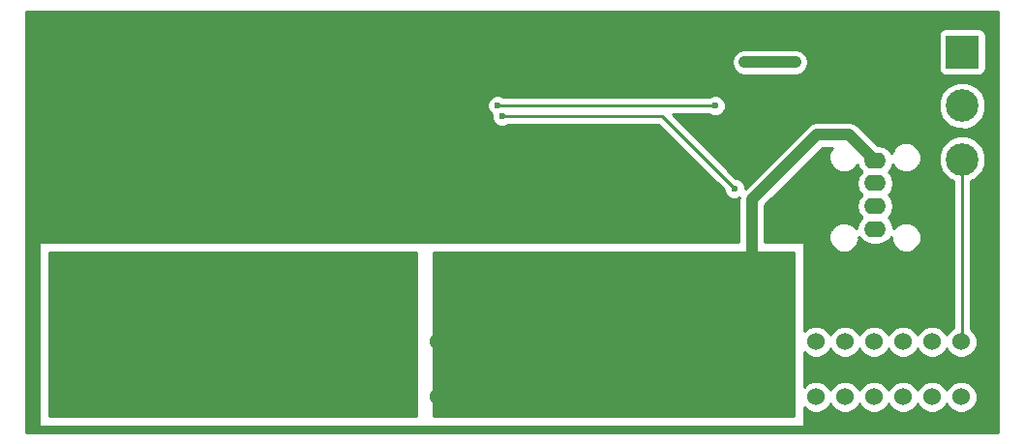
<source format=gbl>
G04 #@! TF.FileFunction,Copper,L2,Bot,Signal*
%FSLAX46Y46*%
G04 Gerber Fmt 4.6, Leading zero omitted, Abs format (unit mm)*
G04 Created by KiCad (PCBNEW 4.0.7) date Mon Mar 19 20:09:09 2018*
%MOMM*%
%LPD*%
G01*
G04 APERTURE LIST*
%ADD10C,0.100000*%
%ADD11O,1.920000X1.420000*%
%ADD12R,1.530000X1.530000*%
%ADD13C,1.530000*%
%ADD14R,3.000000X3.000000*%
%ADD15C,3.000000*%
%ADD16R,2.850000X2.850000*%
%ADD17C,2.850000*%
%ADD18C,0.800000*%
%ADD19C,0.600000*%
%ADD20C,1.000000*%
%ADD21C,0.250000*%
%ADD22C,0.254000*%
G04 APERTURE END LIST*
D10*
D11*
X180340000Y-92710000D03*
X180340000Y-90710000D03*
X180340000Y-88710000D03*
X180340000Y-86710000D03*
D12*
X109131100Y-107423600D03*
D13*
X111671100Y-107423600D03*
X114211100Y-107423600D03*
X116751100Y-107423600D03*
X119291100Y-107423600D03*
X121831100Y-107423600D03*
X124371100Y-107423600D03*
X126911100Y-107423600D03*
X129451100Y-107423600D03*
X131991100Y-107423600D03*
X134531100Y-107423600D03*
X137071100Y-107423600D03*
X139611100Y-107423600D03*
X142151100Y-107423600D03*
X144691100Y-107423600D03*
X147231100Y-107423600D03*
X149771100Y-107423600D03*
X152311100Y-107423600D03*
X154851100Y-107423600D03*
X157391100Y-107423600D03*
X159931100Y-107423600D03*
X162471100Y-107423600D03*
X165011100Y-107423600D03*
X167551100Y-107423600D03*
X170091100Y-107423600D03*
X172631100Y-107423600D03*
X175171100Y-107423600D03*
X177711100Y-107423600D03*
X180251100Y-107423600D03*
X182791100Y-107423600D03*
X185331100Y-107423600D03*
X187871100Y-107423600D03*
X187871100Y-102583600D03*
X185331100Y-102583600D03*
X182791100Y-102583600D03*
X180251100Y-102583600D03*
X177711100Y-102583600D03*
X175171100Y-102583600D03*
X172631100Y-102583600D03*
X170091100Y-102583600D03*
X167551100Y-102583600D03*
X165011100Y-102583600D03*
X162471100Y-102583600D03*
X159931100Y-102583600D03*
X157391100Y-102583600D03*
X154851100Y-102583600D03*
X152311100Y-102583600D03*
X149771100Y-102583600D03*
X147231100Y-102583600D03*
X144691100Y-102583600D03*
X142151100Y-102583600D03*
X139611100Y-102583600D03*
X137071100Y-102583600D03*
X134531100Y-102583600D03*
X131991100Y-102583600D03*
X129451100Y-102583600D03*
X126911100Y-102583600D03*
X124371100Y-102583600D03*
X121831100Y-102583600D03*
X119291100Y-102583600D03*
X116751100Y-102583600D03*
X114211100Y-102583600D03*
X111671100Y-102583600D03*
X109131100Y-102583600D03*
D14*
X169570000Y-96610000D03*
D15*
X161320000Y-96610000D03*
X153070000Y-96610000D03*
X144820000Y-96610000D03*
X136570000Y-96610000D03*
X128320000Y-96610000D03*
X120070000Y-96610000D03*
X111820000Y-96610000D03*
D16*
X187960000Y-77215000D03*
D17*
X187960000Y-81915000D03*
X187960000Y-86615000D03*
D18*
X168910000Y-78105000D03*
X173355000Y-78105000D03*
D19*
X147320000Y-81915000D03*
X166370000Y-81915000D03*
X147701000Y-82804000D03*
X168021000Y-89154000D03*
D20*
X169570000Y-96610000D02*
X169570000Y-90145000D01*
X178085000Y-84455000D02*
X180340000Y-86710000D01*
X175260000Y-84455000D02*
X178085000Y-84455000D01*
X169570000Y-90145000D02*
X175260000Y-84455000D01*
D21*
X187960000Y-86615000D02*
X187960000Y-102494700D01*
X187960000Y-102494700D02*
X187871100Y-102583600D01*
D20*
X173355000Y-78105000D02*
X168910000Y-78105000D01*
D21*
X166370000Y-81915000D02*
X147320000Y-81915000D01*
X161671000Y-82804000D02*
X147701000Y-82804000D01*
X168021000Y-89154000D02*
X161671000Y-82804000D01*
D22*
G36*
X173228000Y-109093000D02*
X141732000Y-109093000D01*
X141732000Y-94742000D01*
X173228000Y-94742000D01*
X173228000Y-109093000D01*
X173228000Y-109093000D01*
G37*
X173228000Y-109093000D02*
X141732000Y-109093000D01*
X141732000Y-94742000D01*
X173228000Y-94742000D01*
X173228000Y-109093000D01*
G36*
X140208000Y-109093000D02*
X108077000Y-109093000D01*
X108077000Y-94742000D01*
X140208000Y-94742000D01*
X140208000Y-109093000D01*
X140208000Y-109093000D01*
G37*
X140208000Y-109093000D02*
X108077000Y-109093000D01*
X108077000Y-94742000D01*
X140208000Y-94742000D01*
X140208000Y-109093000D01*
G36*
X191125000Y-110480000D02*
X106055000Y-110480000D01*
X106055000Y-93980000D01*
X107188000Y-93980000D01*
X107188000Y-109855000D01*
X107198006Y-109904410D01*
X107226447Y-109946035D01*
X107268841Y-109973315D01*
X107315000Y-109982000D01*
X173990000Y-109982000D01*
X174039410Y-109971994D01*
X174081035Y-109943553D01*
X174108315Y-109901159D01*
X174117000Y-109855000D01*
X174117000Y-108349288D01*
X174377028Y-108609770D01*
X174891401Y-108823357D01*
X175448356Y-108823843D01*
X175963100Y-108611155D01*
X176357270Y-108217672D01*
X176441042Y-108015927D01*
X176523545Y-108215600D01*
X176917028Y-108609770D01*
X177431401Y-108823357D01*
X177988356Y-108823843D01*
X178503100Y-108611155D01*
X178897270Y-108217672D01*
X178981042Y-108015927D01*
X179063545Y-108215600D01*
X179457028Y-108609770D01*
X179971401Y-108823357D01*
X180528356Y-108823843D01*
X181043100Y-108611155D01*
X181437270Y-108217672D01*
X181521042Y-108015927D01*
X181603545Y-108215600D01*
X181997028Y-108609770D01*
X182511401Y-108823357D01*
X183068356Y-108823843D01*
X183583100Y-108611155D01*
X183977270Y-108217672D01*
X184061042Y-108015927D01*
X184143545Y-108215600D01*
X184537028Y-108609770D01*
X185051401Y-108823357D01*
X185608356Y-108823843D01*
X186123100Y-108611155D01*
X186517270Y-108217672D01*
X186601042Y-108015927D01*
X186683545Y-108215600D01*
X187077028Y-108609770D01*
X187591401Y-108823357D01*
X188148356Y-108823843D01*
X188663100Y-108611155D01*
X189057270Y-108217672D01*
X189270857Y-107703299D01*
X189271343Y-107146344D01*
X189058655Y-106631600D01*
X188665172Y-106237430D01*
X188150799Y-106023843D01*
X187593844Y-106023357D01*
X187079100Y-106236045D01*
X186684930Y-106629528D01*
X186601158Y-106831273D01*
X186518655Y-106631600D01*
X186125172Y-106237430D01*
X185610799Y-106023843D01*
X185053844Y-106023357D01*
X184539100Y-106236045D01*
X184144930Y-106629528D01*
X184061158Y-106831273D01*
X183978655Y-106631600D01*
X183585172Y-106237430D01*
X183070799Y-106023843D01*
X182513844Y-106023357D01*
X181999100Y-106236045D01*
X181604930Y-106629528D01*
X181521158Y-106831273D01*
X181438655Y-106631600D01*
X181045172Y-106237430D01*
X180530799Y-106023843D01*
X179973844Y-106023357D01*
X179459100Y-106236045D01*
X179064930Y-106629528D01*
X178981158Y-106831273D01*
X178898655Y-106631600D01*
X178505172Y-106237430D01*
X177990799Y-106023843D01*
X177433844Y-106023357D01*
X176919100Y-106236045D01*
X176524930Y-106629528D01*
X176441158Y-106831273D01*
X176358655Y-106631600D01*
X175965172Y-106237430D01*
X175450799Y-106023843D01*
X174893844Y-106023357D01*
X174379100Y-106236045D01*
X174117000Y-106497688D01*
X174117000Y-103509288D01*
X174377028Y-103769770D01*
X174891401Y-103983357D01*
X175448356Y-103983843D01*
X175963100Y-103771155D01*
X176357270Y-103377672D01*
X176441042Y-103175927D01*
X176523545Y-103375600D01*
X176917028Y-103769770D01*
X177431401Y-103983357D01*
X177988356Y-103983843D01*
X178503100Y-103771155D01*
X178897270Y-103377672D01*
X178981042Y-103175927D01*
X179063545Y-103375600D01*
X179457028Y-103769770D01*
X179971401Y-103983357D01*
X180528356Y-103983843D01*
X181043100Y-103771155D01*
X181437270Y-103377672D01*
X181521042Y-103175927D01*
X181603545Y-103375600D01*
X181997028Y-103769770D01*
X182511401Y-103983357D01*
X183068356Y-103983843D01*
X183583100Y-103771155D01*
X183977270Y-103377672D01*
X184061042Y-103175927D01*
X184143545Y-103375600D01*
X184537028Y-103769770D01*
X185051401Y-103983357D01*
X185608356Y-103983843D01*
X186123100Y-103771155D01*
X186517270Y-103377672D01*
X186601042Y-103175927D01*
X186683545Y-103375600D01*
X187077028Y-103769770D01*
X187591401Y-103983357D01*
X188148356Y-103983843D01*
X188663100Y-103771155D01*
X189057270Y-103377672D01*
X189270857Y-102863299D01*
X189271343Y-102306344D01*
X189058655Y-101791600D01*
X188720000Y-101452354D01*
X188720000Y-88529898D01*
X189125372Y-88362401D01*
X189705365Y-87783420D01*
X190019642Y-87026557D01*
X190020357Y-86207038D01*
X189707401Y-85449628D01*
X189128420Y-84869635D01*
X188371557Y-84555358D01*
X187552038Y-84554643D01*
X186794628Y-84867599D01*
X186214635Y-85446580D01*
X185900358Y-86203443D01*
X185899643Y-87022962D01*
X186212599Y-87780372D01*
X186791580Y-88360365D01*
X187200000Y-88529956D01*
X187200000Y-101346090D01*
X187079100Y-101396045D01*
X186684930Y-101789528D01*
X186601158Y-101991273D01*
X186518655Y-101791600D01*
X186125172Y-101397430D01*
X185610799Y-101183843D01*
X185053844Y-101183357D01*
X184539100Y-101396045D01*
X184144930Y-101789528D01*
X184061158Y-101991273D01*
X183978655Y-101791600D01*
X183585172Y-101397430D01*
X183070799Y-101183843D01*
X182513844Y-101183357D01*
X181999100Y-101396045D01*
X181604930Y-101789528D01*
X181521158Y-101991273D01*
X181438655Y-101791600D01*
X181045172Y-101397430D01*
X180530799Y-101183843D01*
X179973844Y-101183357D01*
X179459100Y-101396045D01*
X179064930Y-101789528D01*
X178981158Y-101991273D01*
X178898655Y-101791600D01*
X178505172Y-101397430D01*
X177990799Y-101183843D01*
X177433844Y-101183357D01*
X176919100Y-101396045D01*
X176524930Y-101789528D01*
X176441158Y-101991273D01*
X176358655Y-101791600D01*
X175965172Y-101397430D01*
X175450799Y-101183843D01*
X174893844Y-101183357D01*
X174379100Y-101396045D01*
X174117000Y-101657688D01*
X174117000Y-93980000D01*
X174106994Y-93930590D01*
X174078553Y-93888965D01*
X174036159Y-93861685D01*
X173990000Y-93853000D01*
X170705000Y-93853000D01*
X170705000Y-90615132D01*
X175730132Y-85590000D01*
X176617247Y-85590000D01*
X176510084Y-85696976D01*
X176485013Y-85757353D01*
X176469672Y-85761219D01*
X176395881Y-85972008D01*
X176310228Y-86178282D01*
X176310194Y-86216775D01*
X176297478Y-86253100D01*
X176309969Y-86476082D01*
X176309774Y-86699432D01*
X176324472Y-86735005D01*
X176326625Y-86773434D01*
X176469672Y-87118781D01*
X176484599Y-87122543D01*
X176508789Y-87181086D01*
X176876976Y-87549916D01*
X176937353Y-87574987D01*
X176941219Y-87590328D01*
X177152008Y-87664119D01*
X177358282Y-87749772D01*
X177396775Y-87749806D01*
X177433100Y-87762522D01*
X177656082Y-87750031D01*
X177879432Y-87750226D01*
X177915005Y-87735528D01*
X177953434Y-87733375D01*
X178298781Y-87590328D01*
X178302543Y-87575401D01*
X178361086Y-87551211D01*
X178729916Y-87183024D01*
X178754987Y-87122647D01*
X178770328Y-87118781D01*
X178786101Y-87073724D01*
X178816134Y-87224709D01*
X179107693Y-87661059D01*
X179180939Y-87710000D01*
X179107693Y-87758941D01*
X178816134Y-88195291D01*
X178713752Y-88710000D01*
X178816134Y-89224709D01*
X179107693Y-89661059D01*
X179180939Y-89710000D01*
X179107693Y-89758941D01*
X178816134Y-90195291D01*
X178713752Y-90710000D01*
X178816134Y-91224709D01*
X179107693Y-91661059D01*
X179180939Y-91710000D01*
X179107693Y-91758941D01*
X178816134Y-92195291D01*
X178718492Y-92686172D01*
X178363024Y-92330084D01*
X178302647Y-92305013D01*
X178298781Y-92289672D01*
X178087992Y-92215881D01*
X177881718Y-92130228D01*
X177843225Y-92130194D01*
X177806900Y-92117478D01*
X177583918Y-92129969D01*
X177360568Y-92129774D01*
X177324995Y-92144472D01*
X177286566Y-92146625D01*
X176941219Y-92289672D01*
X176937457Y-92304599D01*
X176878914Y-92328789D01*
X176510084Y-92696976D01*
X176485013Y-92757353D01*
X176469672Y-92761219D01*
X176395881Y-92972008D01*
X176310228Y-93178282D01*
X176310194Y-93216775D01*
X176297478Y-93253100D01*
X176309969Y-93476082D01*
X176309774Y-93699432D01*
X176324472Y-93735005D01*
X176326625Y-93773434D01*
X176469672Y-94118781D01*
X176484599Y-94122543D01*
X176508789Y-94181086D01*
X176876976Y-94549916D01*
X176937353Y-94574987D01*
X176941219Y-94590328D01*
X177152008Y-94664119D01*
X177358282Y-94749772D01*
X177396775Y-94749806D01*
X177433100Y-94762522D01*
X177656082Y-94750031D01*
X177879432Y-94750226D01*
X177915005Y-94735528D01*
X177953434Y-94733375D01*
X178298781Y-94590328D01*
X178302543Y-94575401D01*
X178361086Y-94551211D01*
X178729916Y-94183024D01*
X178754987Y-94122647D01*
X178770328Y-94118781D01*
X178844119Y-93907992D01*
X178929772Y-93701718D01*
X178929806Y-93663225D01*
X178942522Y-93626900D01*
X178930031Y-93403918D01*
X178930039Y-93395180D01*
X179107693Y-93661059D01*
X179544043Y-93952618D01*
X180058752Y-94055000D01*
X180621248Y-94055000D01*
X181135957Y-93952618D01*
X181572307Y-93661059D01*
X181745787Y-93401428D01*
X181749969Y-93476082D01*
X181749774Y-93699432D01*
X181764472Y-93735005D01*
X181766625Y-93773434D01*
X181909672Y-94118781D01*
X181924599Y-94122543D01*
X181948789Y-94181086D01*
X182316976Y-94549916D01*
X182377353Y-94574987D01*
X182381219Y-94590328D01*
X182592008Y-94664119D01*
X182798282Y-94749772D01*
X182836775Y-94749806D01*
X182873100Y-94762522D01*
X183096082Y-94750031D01*
X183319432Y-94750226D01*
X183355005Y-94735528D01*
X183393434Y-94733375D01*
X183738781Y-94590328D01*
X183742543Y-94575401D01*
X183801086Y-94551211D01*
X184169916Y-94183024D01*
X184194987Y-94122647D01*
X184210328Y-94118781D01*
X184284119Y-93907992D01*
X184369772Y-93701718D01*
X184369806Y-93663225D01*
X184382522Y-93626900D01*
X184370031Y-93403918D01*
X184370226Y-93180568D01*
X184355528Y-93144995D01*
X184353375Y-93106566D01*
X184210328Y-92761219D01*
X184195401Y-92757457D01*
X184171211Y-92698914D01*
X183803024Y-92330084D01*
X183742647Y-92305013D01*
X183738781Y-92289672D01*
X183527992Y-92215881D01*
X183321718Y-92130228D01*
X183283225Y-92130194D01*
X183246900Y-92117478D01*
X183023918Y-92129969D01*
X182800568Y-92129774D01*
X182764995Y-92144472D01*
X182726566Y-92146625D01*
X182381219Y-92289672D01*
X182377457Y-92304599D01*
X182318914Y-92328789D01*
X181961409Y-92685671D01*
X181863866Y-92195291D01*
X181572307Y-91758941D01*
X181499061Y-91710000D01*
X181572307Y-91661059D01*
X181863866Y-91224709D01*
X181966248Y-90710000D01*
X181863866Y-90195291D01*
X181572307Y-89758941D01*
X181499061Y-89710000D01*
X181572307Y-89661059D01*
X181863866Y-89224709D01*
X181966248Y-88710000D01*
X181863866Y-88195291D01*
X181572307Y-87758941D01*
X181499061Y-87710000D01*
X181572307Y-87661059D01*
X181863866Y-87224709D01*
X181892961Y-87078437D01*
X181909672Y-87118781D01*
X181924599Y-87122543D01*
X181948789Y-87181086D01*
X182316976Y-87549916D01*
X182377353Y-87574987D01*
X182381219Y-87590328D01*
X182592008Y-87664119D01*
X182798282Y-87749772D01*
X182836775Y-87749806D01*
X182873100Y-87762522D01*
X183096082Y-87750031D01*
X183319432Y-87750226D01*
X183355005Y-87735528D01*
X183393434Y-87733375D01*
X183738781Y-87590328D01*
X183742543Y-87575401D01*
X183801086Y-87551211D01*
X184169916Y-87183024D01*
X184194987Y-87122647D01*
X184210328Y-87118781D01*
X184284119Y-86907992D01*
X184369772Y-86701718D01*
X184369806Y-86663225D01*
X184382522Y-86626900D01*
X184370031Y-86403918D01*
X184370226Y-86180568D01*
X184355528Y-86144995D01*
X184353375Y-86106566D01*
X184210328Y-85761219D01*
X184195401Y-85757457D01*
X184171211Y-85698914D01*
X183803024Y-85330084D01*
X183742647Y-85305013D01*
X183738781Y-85289672D01*
X183527992Y-85215881D01*
X183321718Y-85130228D01*
X183283225Y-85130194D01*
X183246900Y-85117478D01*
X183023918Y-85129969D01*
X182800568Y-85129774D01*
X182764995Y-85144472D01*
X182726566Y-85146625D01*
X182381219Y-85289672D01*
X182377457Y-85304599D01*
X182318914Y-85328789D01*
X181950084Y-85696976D01*
X181925013Y-85757353D01*
X181909672Y-85761219D01*
X181835881Y-85972008D01*
X181789426Y-86083883D01*
X181572307Y-85758941D01*
X181135957Y-85467382D01*
X180621248Y-85365000D01*
X180600132Y-85365000D01*
X178887566Y-83652434D01*
X178755215Y-83564000D01*
X178519346Y-83406397D01*
X178085000Y-83320000D01*
X175260000Y-83320000D01*
X174825654Y-83406397D01*
X174589785Y-83564000D01*
X174457434Y-83652434D01*
X168956001Y-89153867D01*
X168956162Y-88968833D01*
X168814117Y-88625057D01*
X168551327Y-88361808D01*
X168207799Y-88219162D01*
X168160923Y-88219121D01*
X162616802Y-82675000D01*
X165807537Y-82675000D01*
X165839673Y-82707192D01*
X166183201Y-82849838D01*
X166555167Y-82850162D01*
X166898943Y-82708117D01*
X167162192Y-82445327D01*
X167213002Y-82322962D01*
X185899643Y-82322962D01*
X186212599Y-83080372D01*
X186791580Y-83660365D01*
X187548443Y-83974642D01*
X188367962Y-83975357D01*
X189125372Y-83662401D01*
X189705365Y-83083420D01*
X190019642Y-82326557D01*
X190020357Y-81507038D01*
X189707401Y-80749628D01*
X189128420Y-80169635D01*
X188371557Y-79855358D01*
X187552038Y-79854643D01*
X186794628Y-80167599D01*
X186214635Y-80746580D01*
X185900358Y-81503443D01*
X185899643Y-82322962D01*
X167213002Y-82322962D01*
X167304838Y-82101799D01*
X167305162Y-81729833D01*
X167163117Y-81386057D01*
X166900327Y-81122808D01*
X166556799Y-80980162D01*
X166184833Y-80979838D01*
X165841057Y-81121883D01*
X165807882Y-81155000D01*
X147882463Y-81155000D01*
X147850327Y-81122808D01*
X147506799Y-80980162D01*
X147134833Y-80979838D01*
X146791057Y-81121883D01*
X146527808Y-81384673D01*
X146385162Y-81728201D01*
X146384838Y-82100167D01*
X146526883Y-82443943D01*
X146766104Y-82683582D01*
X146765838Y-82989167D01*
X146907883Y-83332943D01*
X147170673Y-83596192D01*
X147514201Y-83738838D01*
X147886167Y-83739162D01*
X148229943Y-83597117D01*
X148263118Y-83564000D01*
X161356198Y-83564000D01*
X167085878Y-89293680D01*
X167085838Y-89339167D01*
X167227883Y-89682943D01*
X167490673Y-89946192D01*
X167834201Y-90088838D01*
X168206167Y-90089162D01*
X168467593Y-89981143D01*
X168435000Y-90145000D01*
X168435000Y-93853000D01*
X107315000Y-93853000D01*
X107265590Y-93863006D01*
X107223965Y-93891447D01*
X107196685Y-93933841D01*
X107188000Y-93980000D01*
X106055000Y-93980000D01*
X106055000Y-78105000D01*
X167775000Y-78105000D01*
X167861397Y-78539346D01*
X168107434Y-78907566D01*
X168475654Y-79153603D01*
X168910000Y-79240000D01*
X173355000Y-79240000D01*
X173789346Y-79153603D01*
X174157566Y-78907566D01*
X174403603Y-78539346D01*
X174490000Y-78105000D01*
X174403603Y-77670654D01*
X174157566Y-77302434D01*
X173789346Y-77056397D01*
X173355000Y-76970000D01*
X168910000Y-76970000D01*
X168475654Y-77056397D01*
X168107434Y-77302434D01*
X167861397Y-77670654D01*
X167775000Y-78105000D01*
X106055000Y-78105000D01*
X106055000Y-75790000D01*
X185887560Y-75790000D01*
X185887560Y-78640000D01*
X185931838Y-78875317D01*
X186070910Y-79091441D01*
X186283110Y-79236431D01*
X186535000Y-79287440D01*
X189385000Y-79287440D01*
X189620317Y-79243162D01*
X189836441Y-79104090D01*
X189981431Y-78891890D01*
X190032440Y-78640000D01*
X190032440Y-75790000D01*
X189988162Y-75554683D01*
X189849090Y-75338559D01*
X189636890Y-75193569D01*
X189385000Y-75142560D01*
X186535000Y-75142560D01*
X186299683Y-75186838D01*
X186083559Y-75325910D01*
X185938569Y-75538110D01*
X185887560Y-75790000D01*
X106055000Y-75790000D01*
X106055000Y-73670000D01*
X191125000Y-73670000D01*
X191125000Y-110480000D01*
X191125000Y-110480000D01*
G37*
X191125000Y-110480000D02*
X106055000Y-110480000D01*
X106055000Y-93980000D01*
X107188000Y-93980000D01*
X107188000Y-109855000D01*
X107198006Y-109904410D01*
X107226447Y-109946035D01*
X107268841Y-109973315D01*
X107315000Y-109982000D01*
X173990000Y-109982000D01*
X174039410Y-109971994D01*
X174081035Y-109943553D01*
X174108315Y-109901159D01*
X174117000Y-109855000D01*
X174117000Y-108349288D01*
X174377028Y-108609770D01*
X174891401Y-108823357D01*
X175448356Y-108823843D01*
X175963100Y-108611155D01*
X176357270Y-108217672D01*
X176441042Y-108015927D01*
X176523545Y-108215600D01*
X176917028Y-108609770D01*
X177431401Y-108823357D01*
X177988356Y-108823843D01*
X178503100Y-108611155D01*
X178897270Y-108217672D01*
X178981042Y-108015927D01*
X179063545Y-108215600D01*
X179457028Y-108609770D01*
X179971401Y-108823357D01*
X180528356Y-108823843D01*
X181043100Y-108611155D01*
X181437270Y-108217672D01*
X181521042Y-108015927D01*
X181603545Y-108215600D01*
X181997028Y-108609770D01*
X182511401Y-108823357D01*
X183068356Y-108823843D01*
X183583100Y-108611155D01*
X183977270Y-108217672D01*
X184061042Y-108015927D01*
X184143545Y-108215600D01*
X184537028Y-108609770D01*
X185051401Y-108823357D01*
X185608356Y-108823843D01*
X186123100Y-108611155D01*
X186517270Y-108217672D01*
X186601042Y-108015927D01*
X186683545Y-108215600D01*
X187077028Y-108609770D01*
X187591401Y-108823357D01*
X188148356Y-108823843D01*
X188663100Y-108611155D01*
X189057270Y-108217672D01*
X189270857Y-107703299D01*
X189271343Y-107146344D01*
X189058655Y-106631600D01*
X188665172Y-106237430D01*
X188150799Y-106023843D01*
X187593844Y-106023357D01*
X187079100Y-106236045D01*
X186684930Y-106629528D01*
X186601158Y-106831273D01*
X186518655Y-106631600D01*
X186125172Y-106237430D01*
X185610799Y-106023843D01*
X185053844Y-106023357D01*
X184539100Y-106236045D01*
X184144930Y-106629528D01*
X184061158Y-106831273D01*
X183978655Y-106631600D01*
X183585172Y-106237430D01*
X183070799Y-106023843D01*
X182513844Y-106023357D01*
X181999100Y-106236045D01*
X181604930Y-106629528D01*
X181521158Y-106831273D01*
X181438655Y-106631600D01*
X181045172Y-106237430D01*
X180530799Y-106023843D01*
X179973844Y-106023357D01*
X179459100Y-106236045D01*
X179064930Y-106629528D01*
X178981158Y-106831273D01*
X178898655Y-106631600D01*
X178505172Y-106237430D01*
X177990799Y-106023843D01*
X177433844Y-106023357D01*
X176919100Y-106236045D01*
X176524930Y-106629528D01*
X176441158Y-106831273D01*
X176358655Y-106631600D01*
X175965172Y-106237430D01*
X175450799Y-106023843D01*
X174893844Y-106023357D01*
X174379100Y-106236045D01*
X174117000Y-106497688D01*
X174117000Y-103509288D01*
X174377028Y-103769770D01*
X174891401Y-103983357D01*
X175448356Y-103983843D01*
X175963100Y-103771155D01*
X176357270Y-103377672D01*
X176441042Y-103175927D01*
X176523545Y-103375600D01*
X176917028Y-103769770D01*
X177431401Y-103983357D01*
X177988356Y-103983843D01*
X178503100Y-103771155D01*
X178897270Y-103377672D01*
X178981042Y-103175927D01*
X179063545Y-103375600D01*
X179457028Y-103769770D01*
X179971401Y-103983357D01*
X180528356Y-103983843D01*
X181043100Y-103771155D01*
X181437270Y-103377672D01*
X181521042Y-103175927D01*
X181603545Y-103375600D01*
X181997028Y-103769770D01*
X182511401Y-103983357D01*
X183068356Y-103983843D01*
X183583100Y-103771155D01*
X183977270Y-103377672D01*
X184061042Y-103175927D01*
X184143545Y-103375600D01*
X184537028Y-103769770D01*
X185051401Y-103983357D01*
X185608356Y-103983843D01*
X186123100Y-103771155D01*
X186517270Y-103377672D01*
X186601042Y-103175927D01*
X186683545Y-103375600D01*
X187077028Y-103769770D01*
X187591401Y-103983357D01*
X188148356Y-103983843D01*
X188663100Y-103771155D01*
X189057270Y-103377672D01*
X189270857Y-102863299D01*
X189271343Y-102306344D01*
X189058655Y-101791600D01*
X188720000Y-101452354D01*
X188720000Y-88529898D01*
X189125372Y-88362401D01*
X189705365Y-87783420D01*
X190019642Y-87026557D01*
X190020357Y-86207038D01*
X189707401Y-85449628D01*
X189128420Y-84869635D01*
X188371557Y-84555358D01*
X187552038Y-84554643D01*
X186794628Y-84867599D01*
X186214635Y-85446580D01*
X185900358Y-86203443D01*
X185899643Y-87022962D01*
X186212599Y-87780372D01*
X186791580Y-88360365D01*
X187200000Y-88529956D01*
X187200000Y-101346090D01*
X187079100Y-101396045D01*
X186684930Y-101789528D01*
X186601158Y-101991273D01*
X186518655Y-101791600D01*
X186125172Y-101397430D01*
X185610799Y-101183843D01*
X185053844Y-101183357D01*
X184539100Y-101396045D01*
X184144930Y-101789528D01*
X184061158Y-101991273D01*
X183978655Y-101791600D01*
X183585172Y-101397430D01*
X183070799Y-101183843D01*
X182513844Y-101183357D01*
X181999100Y-101396045D01*
X181604930Y-101789528D01*
X181521158Y-101991273D01*
X181438655Y-101791600D01*
X181045172Y-101397430D01*
X180530799Y-101183843D01*
X179973844Y-101183357D01*
X179459100Y-101396045D01*
X179064930Y-101789528D01*
X178981158Y-101991273D01*
X178898655Y-101791600D01*
X178505172Y-101397430D01*
X177990799Y-101183843D01*
X177433844Y-101183357D01*
X176919100Y-101396045D01*
X176524930Y-101789528D01*
X176441158Y-101991273D01*
X176358655Y-101791600D01*
X175965172Y-101397430D01*
X175450799Y-101183843D01*
X174893844Y-101183357D01*
X174379100Y-101396045D01*
X174117000Y-101657688D01*
X174117000Y-93980000D01*
X174106994Y-93930590D01*
X174078553Y-93888965D01*
X174036159Y-93861685D01*
X173990000Y-93853000D01*
X170705000Y-93853000D01*
X170705000Y-90615132D01*
X175730132Y-85590000D01*
X176617247Y-85590000D01*
X176510084Y-85696976D01*
X176485013Y-85757353D01*
X176469672Y-85761219D01*
X176395881Y-85972008D01*
X176310228Y-86178282D01*
X176310194Y-86216775D01*
X176297478Y-86253100D01*
X176309969Y-86476082D01*
X176309774Y-86699432D01*
X176324472Y-86735005D01*
X176326625Y-86773434D01*
X176469672Y-87118781D01*
X176484599Y-87122543D01*
X176508789Y-87181086D01*
X176876976Y-87549916D01*
X176937353Y-87574987D01*
X176941219Y-87590328D01*
X177152008Y-87664119D01*
X177358282Y-87749772D01*
X177396775Y-87749806D01*
X177433100Y-87762522D01*
X177656082Y-87750031D01*
X177879432Y-87750226D01*
X177915005Y-87735528D01*
X177953434Y-87733375D01*
X178298781Y-87590328D01*
X178302543Y-87575401D01*
X178361086Y-87551211D01*
X178729916Y-87183024D01*
X178754987Y-87122647D01*
X178770328Y-87118781D01*
X178786101Y-87073724D01*
X178816134Y-87224709D01*
X179107693Y-87661059D01*
X179180939Y-87710000D01*
X179107693Y-87758941D01*
X178816134Y-88195291D01*
X178713752Y-88710000D01*
X178816134Y-89224709D01*
X179107693Y-89661059D01*
X179180939Y-89710000D01*
X179107693Y-89758941D01*
X178816134Y-90195291D01*
X178713752Y-90710000D01*
X178816134Y-91224709D01*
X179107693Y-91661059D01*
X179180939Y-91710000D01*
X179107693Y-91758941D01*
X178816134Y-92195291D01*
X178718492Y-92686172D01*
X178363024Y-92330084D01*
X178302647Y-92305013D01*
X178298781Y-92289672D01*
X178087992Y-92215881D01*
X177881718Y-92130228D01*
X177843225Y-92130194D01*
X177806900Y-92117478D01*
X177583918Y-92129969D01*
X177360568Y-92129774D01*
X177324995Y-92144472D01*
X177286566Y-92146625D01*
X176941219Y-92289672D01*
X176937457Y-92304599D01*
X176878914Y-92328789D01*
X176510084Y-92696976D01*
X176485013Y-92757353D01*
X176469672Y-92761219D01*
X176395881Y-92972008D01*
X176310228Y-93178282D01*
X176310194Y-93216775D01*
X176297478Y-93253100D01*
X176309969Y-93476082D01*
X176309774Y-93699432D01*
X176324472Y-93735005D01*
X176326625Y-93773434D01*
X176469672Y-94118781D01*
X176484599Y-94122543D01*
X176508789Y-94181086D01*
X176876976Y-94549916D01*
X176937353Y-94574987D01*
X176941219Y-94590328D01*
X177152008Y-94664119D01*
X177358282Y-94749772D01*
X177396775Y-94749806D01*
X177433100Y-94762522D01*
X177656082Y-94750031D01*
X177879432Y-94750226D01*
X177915005Y-94735528D01*
X177953434Y-94733375D01*
X178298781Y-94590328D01*
X178302543Y-94575401D01*
X178361086Y-94551211D01*
X178729916Y-94183024D01*
X178754987Y-94122647D01*
X178770328Y-94118781D01*
X178844119Y-93907992D01*
X178929772Y-93701718D01*
X178929806Y-93663225D01*
X178942522Y-93626900D01*
X178930031Y-93403918D01*
X178930039Y-93395180D01*
X179107693Y-93661059D01*
X179544043Y-93952618D01*
X180058752Y-94055000D01*
X180621248Y-94055000D01*
X181135957Y-93952618D01*
X181572307Y-93661059D01*
X181745787Y-93401428D01*
X181749969Y-93476082D01*
X181749774Y-93699432D01*
X181764472Y-93735005D01*
X181766625Y-93773434D01*
X181909672Y-94118781D01*
X181924599Y-94122543D01*
X181948789Y-94181086D01*
X182316976Y-94549916D01*
X182377353Y-94574987D01*
X182381219Y-94590328D01*
X182592008Y-94664119D01*
X182798282Y-94749772D01*
X182836775Y-94749806D01*
X182873100Y-94762522D01*
X183096082Y-94750031D01*
X183319432Y-94750226D01*
X183355005Y-94735528D01*
X183393434Y-94733375D01*
X183738781Y-94590328D01*
X183742543Y-94575401D01*
X183801086Y-94551211D01*
X184169916Y-94183024D01*
X184194987Y-94122647D01*
X184210328Y-94118781D01*
X184284119Y-93907992D01*
X184369772Y-93701718D01*
X184369806Y-93663225D01*
X184382522Y-93626900D01*
X184370031Y-93403918D01*
X184370226Y-93180568D01*
X184355528Y-93144995D01*
X184353375Y-93106566D01*
X184210328Y-92761219D01*
X184195401Y-92757457D01*
X184171211Y-92698914D01*
X183803024Y-92330084D01*
X183742647Y-92305013D01*
X183738781Y-92289672D01*
X183527992Y-92215881D01*
X183321718Y-92130228D01*
X183283225Y-92130194D01*
X183246900Y-92117478D01*
X183023918Y-92129969D01*
X182800568Y-92129774D01*
X182764995Y-92144472D01*
X182726566Y-92146625D01*
X182381219Y-92289672D01*
X182377457Y-92304599D01*
X182318914Y-92328789D01*
X181961409Y-92685671D01*
X181863866Y-92195291D01*
X181572307Y-91758941D01*
X181499061Y-91710000D01*
X181572307Y-91661059D01*
X181863866Y-91224709D01*
X181966248Y-90710000D01*
X181863866Y-90195291D01*
X181572307Y-89758941D01*
X181499061Y-89710000D01*
X181572307Y-89661059D01*
X181863866Y-89224709D01*
X181966248Y-88710000D01*
X181863866Y-88195291D01*
X181572307Y-87758941D01*
X181499061Y-87710000D01*
X181572307Y-87661059D01*
X181863866Y-87224709D01*
X181892961Y-87078437D01*
X181909672Y-87118781D01*
X181924599Y-87122543D01*
X181948789Y-87181086D01*
X182316976Y-87549916D01*
X182377353Y-87574987D01*
X182381219Y-87590328D01*
X182592008Y-87664119D01*
X182798282Y-87749772D01*
X182836775Y-87749806D01*
X182873100Y-87762522D01*
X183096082Y-87750031D01*
X183319432Y-87750226D01*
X183355005Y-87735528D01*
X183393434Y-87733375D01*
X183738781Y-87590328D01*
X183742543Y-87575401D01*
X183801086Y-87551211D01*
X184169916Y-87183024D01*
X184194987Y-87122647D01*
X184210328Y-87118781D01*
X184284119Y-86907992D01*
X184369772Y-86701718D01*
X184369806Y-86663225D01*
X184382522Y-86626900D01*
X184370031Y-86403918D01*
X184370226Y-86180568D01*
X184355528Y-86144995D01*
X184353375Y-86106566D01*
X184210328Y-85761219D01*
X184195401Y-85757457D01*
X184171211Y-85698914D01*
X183803024Y-85330084D01*
X183742647Y-85305013D01*
X183738781Y-85289672D01*
X183527992Y-85215881D01*
X183321718Y-85130228D01*
X183283225Y-85130194D01*
X183246900Y-85117478D01*
X183023918Y-85129969D01*
X182800568Y-85129774D01*
X182764995Y-85144472D01*
X182726566Y-85146625D01*
X182381219Y-85289672D01*
X182377457Y-85304599D01*
X182318914Y-85328789D01*
X181950084Y-85696976D01*
X181925013Y-85757353D01*
X181909672Y-85761219D01*
X181835881Y-85972008D01*
X181789426Y-86083883D01*
X181572307Y-85758941D01*
X181135957Y-85467382D01*
X180621248Y-85365000D01*
X180600132Y-85365000D01*
X178887566Y-83652434D01*
X178755215Y-83564000D01*
X178519346Y-83406397D01*
X178085000Y-83320000D01*
X175260000Y-83320000D01*
X174825654Y-83406397D01*
X174589785Y-83564000D01*
X174457434Y-83652434D01*
X168956001Y-89153867D01*
X168956162Y-88968833D01*
X168814117Y-88625057D01*
X168551327Y-88361808D01*
X168207799Y-88219162D01*
X168160923Y-88219121D01*
X162616802Y-82675000D01*
X165807537Y-82675000D01*
X165839673Y-82707192D01*
X166183201Y-82849838D01*
X166555167Y-82850162D01*
X166898943Y-82708117D01*
X167162192Y-82445327D01*
X167213002Y-82322962D01*
X185899643Y-82322962D01*
X186212599Y-83080372D01*
X186791580Y-83660365D01*
X187548443Y-83974642D01*
X188367962Y-83975357D01*
X189125372Y-83662401D01*
X189705365Y-83083420D01*
X190019642Y-82326557D01*
X190020357Y-81507038D01*
X189707401Y-80749628D01*
X189128420Y-80169635D01*
X188371557Y-79855358D01*
X187552038Y-79854643D01*
X186794628Y-80167599D01*
X186214635Y-80746580D01*
X185900358Y-81503443D01*
X185899643Y-82322962D01*
X167213002Y-82322962D01*
X167304838Y-82101799D01*
X167305162Y-81729833D01*
X167163117Y-81386057D01*
X166900327Y-81122808D01*
X166556799Y-80980162D01*
X166184833Y-80979838D01*
X165841057Y-81121883D01*
X165807882Y-81155000D01*
X147882463Y-81155000D01*
X147850327Y-81122808D01*
X147506799Y-80980162D01*
X147134833Y-80979838D01*
X146791057Y-81121883D01*
X146527808Y-81384673D01*
X146385162Y-81728201D01*
X146384838Y-82100167D01*
X146526883Y-82443943D01*
X146766104Y-82683582D01*
X146765838Y-82989167D01*
X146907883Y-83332943D01*
X147170673Y-83596192D01*
X147514201Y-83738838D01*
X147886167Y-83739162D01*
X148229943Y-83597117D01*
X148263118Y-83564000D01*
X161356198Y-83564000D01*
X167085878Y-89293680D01*
X167085838Y-89339167D01*
X167227883Y-89682943D01*
X167490673Y-89946192D01*
X167834201Y-90088838D01*
X168206167Y-90089162D01*
X168467593Y-89981143D01*
X168435000Y-90145000D01*
X168435000Y-93853000D01*
X107315000Y-93853000D01*
X107265590Y-93863006D01*
X107223965Y-93891447D01*
X107196685Y-93933841D01*
X107188000Y-93980000D01*
X106055000Y-93980000D01*
X106055000Y-78105000D01*
X167775000Y-78105000D01*
X167861397Y-78539346D01*
X168107434Y-78907566D01*
X168475654Y-79153603D01*
X168910000Y-79240000D01*
X173355000Y-79240000D01*
X173789346Y-79153603D01*
X174157566Y-78907566D01*
X174403603Y-78539346D01*
X174490000Y-78105000D01*
X174403603Y-77670654D01*
X174157566Y-77302434D01*
X173789346Y-77056397D01*
X173355000Y-76970000D01*
X168910000Y-76970000D01*
X168475654Y-77056397D01*
X168107434Y-77302434D01*
X167861397Y-77670654D01*
X167775000Y-78105000D01*
X106055000Y-78105000D01*
X106055000Y-75790000D01*
X185887560Y-75790000D01*
X185887560Y-78640000D01*
X185931838Y-78875317D01*
X186070910Y-79091441D01*
X186283110Y-79236431D01*
X186535000Y-79287440D01*
X189385000Y-79287440D01*
X189620317Y-79243162D01*
X189836441Y-79104090D01*
X189981431Y-78891890D01*
X190032440Y-78640000D01*
X190032440Y-75790000D01*
X189988162Y-75554683D01*
X189849090Y-75338559D01*
X189636890Y-75193569D01*
X189385000Y-75142560D01*
X186535000Y-75142560D01*
X186299683Y-75186838D01*
X186083559Y-75325910D01*
X185938569Y-75538110D01*
X185887560Y-75790000D01*
X106055000Y-75790000D01*
X106055000Y-73670000D01*
X191125000Y-73670000D01*
X191125000Y-110480000D01*
M02*

</source>
